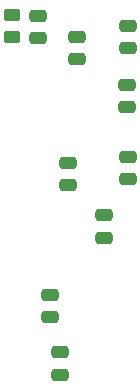
<source format=gbp>
%TF.GenerationSoftware,KiCad,Pcbnew,9.0.7*%
%TF.CreationDate,2026-02-20T12:14:12+02:00*%
%TF.ProjectId,W65C816 Clock Hold,57363543-3831-4362-9043-6c6f636b2048,V2*%
%TF.SameCoordinates,Original*%
%TF.FileFunction,Paste,Bot*%
%TF.FilePolarity,Positive*%
%FSLAX46Y46*%
G04 Gerber Fmt 4.6, Leading zero omitted, Abs format (unit mm)*
G04 Created by KiCad (PCBNEW 9.0.7) date 2026-02-20 12:14:12*
%MOMM*%
%LPD*%
G01*
G04 APERTURE LIST*
G04 Aperture macros list*
%AMRoundRect*
0 Rectangle with rounded corners*
0 $1 Rounding radius*
0 $2 $3 $4 $5 $6 $7 $8 $9 X,Y pos of 4 corners*
0 Add a 4 corners polygon primitive as box body*
4,1,4,$2,$3,$4,$5,$6,$7,$8,$9,$2,$3,0*
0 Add four circle primitives for the rounded corners*
1,1,$1+$1,$2,$3*
1,1,$1+$1,$4,$5*
1,1,$1+$1,$6,$7*
1,1,$1+$1,$8,$9*
0 Add four rect primitives between the rounded corners*
20,1,$1+$1,$2,$3,$4,$5,0*
20,1,$1+$1,$4,$5,$6,$7,0*
20,1,$1+$1,$6,$7,$8,$9,0*
20,1,$1+$1,$8,$9,$2,$3,0*%
G04 Aperture macros list end*
%ADD10RoundRect,0.250000X-0.475000X0.250000X-0.475000X-0.250000X0.475000X-0.250000X0.475000X0.250000X0*%
%ADD11RoundRect,0.250000X-0.450000X0.262500X-0.450000X-0.262500X0.450000X-0.262500X0.450000X0.262500X0*%
G04 APERTURE END LIST*
D10*
%TO.C,C23*%
X12827000Y-12269000D03*
X12827000Y-10369000D03*
%TD*%
%TO.C,C47*%
X6223000Y-23953000D03*
X6223000Y-22053000D03*
%TD*%
%TO.C,C20*%
X10795000Y-17237000D03*
X10795000Y-15337000D03*
%TD*%
%TO.C,C4*%
X7055000Y-28850000D03*
X7055000Y-26950000D03*
%TD*%
D11*
%TO.C,R1*%
X2966000Y-232500D03*
X2966000Y1592500D03*
%TD*%
D10*
%TO.C,C44*%
X12827000Y-1220000D03*
X12827000Y680000D03*
%TD*%
%TO.C,C1*%
X5207000Y-331000D03*
X5207000Y1569000D03*
%TD*%
%TO.C,C56*%
X7747000Y-12777000D03*
X7747000Y-10877000D03*
%TD*%
%TO.C,C21*%
X8509000Y-2109000D03*
X8509000Y-209000D03*
%TD*%
%TO.C,C43*%
X12700000Y-6173000D03*
X12700000Y-4273000D03*
%TD*%
M02*

</source>
